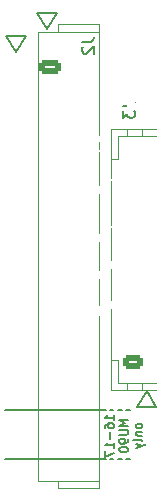
<source format=gbr>
%TF.GenerationSoftware,KiCad,Pcbnew,(6.0.1)*%
%TF.CreationDate,2022-07-27T18:49:27-07:00*%
%TF.ProjectId,mu100-dit-connector-board,6d753130-302d-4646-9974-2d636f6e6e65,rev?*%
%TF.SameCoordinates,PX4a615b8PY2b4db18*%
%TF.FileFunction,Legend,Bot*%
%TF.FilePolarity,Positive*%
%FSLAX46Y46*%
G04 Gerber Fmt 4.6, Leading zero omitted, Abs format (unit mm)*
G04 Created by KiCad (PCBNEW (6.0.1)) date 2022-07-27 18:49:27*
%MOMM*%
%LPD*%
G01*
G04 APERTURE LIST*
G04 Aperture macros list*
%AMRoundRect*
0 Rectangle with rounded corners*
0 $1 Rounding radius*
0 $2 $3 $4 $5 $6 $7 $8 $9 X,Y pos of 4 corners*
0 Add a 4 corners polygon primitive as box body*
4,1,4,$2,$3,$4,$5,$6,$7,$8,$9,$2,$3,0*
0 Add four circle primitives for the rounded corners*
1,1,$1+$1,$2,$3*
1,1,$1+$1,$4,$5*
1,1,$1+$1,$6,$7*
1,1,$1+$1,$8,$9*
0 Add four rect primitives between the rounded corners*
20,1,$1+$1,$2,$3,$4,$5,0*
20,1,$1+$1,$4,$5,$6,$7,0*
20,1,$1+$1,$6,$7,$8,$9,0*
20,1,$1+$1,$8,$9,$2,$3,0*%
G04 Aperture macros list end*
%ADD10C,0.150000*%
%ADD11C,0.120000*%
%ADD12R,1.350000X1.350000*%
%ADD13O,1.350000X1.350000*%
%ADD14RoundRect,0.250000X0.625000X-0.350000X0.625000X0.350000X-0.625000X0.350000X-0.625000X-0.350000X0*%
%ADD15O,1.750000X1.200000*%
%ADD16RoundRect,0.250000X-0.650000X0.350000X-0.650000X-0.350000X0.650000X-0.350000X0.650000X0.350000X0*%
%ADD17O,1.800000X1.200000*%
%ADD18C,0.800000*%
G04 APERTURE END LIST*
D10*
X79933400Y-46552000D02*
X79103400Y-46552000D01*
X79948400Y-47962000D02*
X80768400Y-46562000D01*
X80778400Y-46552000D02*
X79948400Y-46552000D01*
X88175400Y-82430800D02*
X87875400Y-82430800D01*
X87575400Y-78230800D02*
X78975400Y-78230800D01*
X90994400Y-78018800D02*
X91824400Y-78018800D01*
X90979400Y-76608800D02*
X90159400Y-78008800D01*
X88875400Y-82430800D02*
X88575400Y-82430800D01*
X89575400Y-82430800D02*
X89275400Y-82430800D01*
X82578400Y-46017000D02*
X83398400Y-44617000D01*
X83408400Y-44607000D02*
X82578400Y-44607000D01*
X79103400Y-46552000D02*
X79918400Y-47932000D01*
X90149400Y-78018800D02*
X90979400Y-78018800D01*
X87575400Y-82430800D02*
X78975400Y-82430800D01*
X82563400Y-44607000D02*
X81733400Y-44607000D01*
X81733400Y-44607000D02*
X82548400Y-45987000D01*
X88875400Y-78230800D02*
X88575400Y-78230800D01*
X91824400Y-78018800D02*
X91009400Y-76638800D01*
X89575400Y-78230800D02*
X89275400Y-78230800D01*
X88175400Y-78230800D02*
X87875400Y-78230800D01*
X88207185Y-79109371D02*
X88207185Y-78680800D01*
X88207185Y-78895085D02*
X87457185Y-78895085D01*
X87564328Y-78823657D01*
X87635757Y-78752228D01*
X87671471Y-78680800D01*
X87457185Y-79752228D02*
X87457185Y-79609371D01*
X87492900Y-79537942D01*
X87528614Y-79502228D01*
X87635757Y-79430800D01*
X87778614Y-79395085D01*
X88064328Y-79395085D01*
X88135757Y-79430800D01*
X88171471Y-79466514D01*
X88207185Y-79537942D01*
X88207185Y-79680800D01*
X88171471Y-79752228D01*
X88135757Y-79787942D01*
X88064328Y-79823657D01*
X87885757Y-79823657D01*
X87814328Y-79787942D01*
X87778614Y-79752228D01*
X87742900Y-79680800D01*
X87742900Y-79537942D01*
X87778614Y-79466514D01*
X87814328Y-79430800D01*
X87885757Y-79395085D01*
X87921471Y-80145085D02*
X87921471Y-80716514D01*
X88207185Y-81466514D02*
X88207185Y-81037942D01*
X88207185Y-81252228D02*
X87457185Y-81252228D01*
X87564328Y-81180800D01*
X87635757Y-81109371D01*
X87671471Y-81037942D01*
X87457185Y-81716514D02*
X87457185Y-82216514D01*
X88207185Y-81895085D01*
X89414685Y-79073657D02*
X88664685Y-79073657D01*
X89200400Y-79323657D01*
X88664685Y-79573657D01*
X89414685Y-79573657D01*
X88664685Y-79930800D02*
X89271828Y-79930800D01*
X89343257Y-79966514D01*
X89378971Y-80002228D01*
X89414685Y-80073657D01*
X89414685Y-80216514D01*
X89378971Y-80287942D01*
X89343257Y-80323657D01*
X89271828Y-80359371D01*
X88664685Y-80359371D01*
X89414685Y-80752228D02*
X89414685Y-80895085D01*
X89378971Y-80966514D01*
X89343257Y-81002228D01*
X89236114Y-81073657D01*
X89093257Y-81109371D01*
X88807542Y-81109371D01*
X88736114Y-81073657D01*
X88700400Y-81037942D01*
X88664685Y-80966514D01*
X88664685Y-80823657D01*
X88700400Y-80752228D01*
X88736114Y-80716514D01*
X88807542Y-80680800D01*
X88986114Y-80680800D01*
X89057542Y-80716514D01*
X89093257Y-80752228D01*
X89128971Y-80823657D01*
X89128971Y-80966514D01*
X89093257Y-81037942D01*
X89057542Y-81073657D01*
X88986114Y-81109371D01*
X88664685Y-81573657D02*
X88664685Y-81645085D01*
X88700400Y-81716514D01*
X88736114Y-81752228D01*
X88807542Y-81787942D01*
X88950400Y-81823657D01*
X89128971Y-81823657D01*
X89271828Y-81787942D01*
X89343257Y-81752228D01*
X89378971Y-81716514D01*
X89414685Y-81645085D01*
X89414685Y-81573657D01*
X89378971Y-81502228D01*
X89343257Y-81466514D01*
X89271828Y-81430800D01*
X89128971Y-81395085D01*
X88950400Y-81395085D01*
X88807542Y-81430800D01*
X88736114Y-81466514D01*
X88700400Y-81502228D01*
X88664685Y-81573657D01*
X90622185Y-79555800D02*
X90586471Y-79484371D01*
X90550757Y-79448657D01*
X90479328Y-79412942D01*
X90265042Y-79412942D01*
X90193614Y-79448657D01*
X90157900Y-79484371D01*
X90122185Y-79555800D01*
X90122185Y-79662942D01*
X90157900Y-79734371D01*
X90193614Y-79770085D01*
X90265042Y-79805800D01*
X90479328Y-79805800D01*
X90550757Y-79770085D01*
X90586471Y-79734371D01*
X90622185Y-79662942D01*
X90622185Y-79555800D01*
X90122185Y-80127228D02*
X90622185Y-80127228D01*
X90193614Y-80127228D02*
X90157900Y-80162942D01*
X90122185Y-80234371D01*
X90122185Y-80341514D01*
X90157900Y-80412942D01*
X90229328Y-80448657D01*
X90622185Y-80448657D01*
X90622185Y-80912942D02*
X90586471Y-80841514D01*
X90515042Y-80805800D01*
X89872185Y-80805800D01*
X90122185Y-81127228D02*
X90622185Y-81305800D01*
X90122185Y-81484371D02*
X90622185Y-81305800D01*
X90800757Y-81234371D01*
X90836471Y-81198657D01*
X90872185Y-81127228D01*
%TO.C,J3*%
X88980780Y-52540666D02*
X89695066Y-52540666D01*
X89837923Y-52493047D01*
X89933161Y-52397809D01*
X89980780Y-52254952D01*
X89980780Y-52159714D01*
X88980780Y-52921619D02*
X88980780Y-53540666D01*
X89361733Y-53207333D01*
X89361733Y-53350190D01*
X89409352Y-53445428D01*
X89456971Y-53493047D01*
X89552209Y-53540666D01*
X89790304Y-53540666D01*
X89885542Y-53493047D01*
X89933161Y-53445428D01*
X89980780Y-53350190D01*
X89980780Y-53064476D01*
X89933161Y-52969238D01*
X89885542Y-52921619D01*
%TO.C,J2*%
X85530780Y-47078666D02*
X86245066Y-47078666D01*
X86387923Y-47031047D01*
X86483161Y-46935809D01*
X86530780Y-46792952D01*
X86530780Y-46697714D01*
X85626019Y-47507238D02*
X85578400Y-47554857D01*
X85530780Y-47650095D01*
X85530780Y-47888190D01*
X85578400Y-47983428D01*
X85626019Y-48031047D01*
X85721257Y-48078666D01*
X85816495Y-48078666D01*
X85959352Y-48031047D01*
X86530780Y-47459619D01*
X86530780Y-48078666D01*
D11*
%TO.C,J3*%
X87988400Y-57032000D02*
X88598400Y-57032000D01*
X88598400Y-75982000D02*
X88598400Y-74032000D01*
X88598400Y-74032000D02*
X87988400Y-74032000D01*
X87988400Y-54472000D02*
X91798400Y-54462000D01*
X88598400Y-57032000D02*
X88598400Y-55082000D01*
X89298400Y-76592000D02*
X89298400Y-75982000D01*
X90598400Y-76592000D02*
X90598400Y-75982000D01*
X91798400Y-75982000D02*
X88598400Y-75982000D01*
X89298400Y-54472000D02*
X89298400Y-55082000D01*
X87988400Y-76592000D02*
X87988400Y-54472000D01*
X88598400Y-55082000D02*
X91798400Y-55082000D01*
X90598400Y-54472000D02*
X90598400Y-55082000D01*
X91798400Y-76592000D02*
X87988400Y-76592000D01*
%TO.C,J2*%
X83498400Y-84892000D02*
X83498400Y-84242000D01*
X86998400Y-84892000D02*
X86998400Y-84242000D01*
X86998400Y-45592000D02*
X83498400Y-45592000D01*
X86998400Y-84892000D02*
X83498400Y-84892000D01*
X86998400Y-46242000D02*
X86998400Y-45592000D01*
X83498400Y-45592000D02*
X83498400Y-46242000D01*
X86998400Y-46242000D02*
X81798400Y-46242000D01*
X81798400Y-46242000D02*
X81798400Y-84242000D01*
X81798400Y-84242000D02*
X86998400Y-84242000D01*
X86998400Y-84242000D02*
X86998400Y-46242000D01*
%TD*%
%LPC*%
D12*
%TO.C,J1*%
X79988400Y-49242000D03*
D13*
X79988400Y-51242000D03*
X79988400Y-53242000D03*
X79988400Y-55242000D03*
X79988400Y-57242000D03*
X79988400Y-59242000D03*
X79988400Y-61242000D03*
X79988400Y-63242000D03*
X79988400Y-65242000D03*
X79988400Y-67242000D03*
X79988400Y-69242000D03*
X79988400Y-71242000D03*
X79988400Y-73242000D03*
X79988400Y-75242000D03*
X79988400Y-77242000D03*
X79988400Y-79242000D03*
X79988400Y-81242000D03*
%TD*%
D14*
%TO.C,J3*%
X89798400Y-74232000D03*
D15*
X89798400Y-72232000D03*
X89798400Y-70232000D03*
X89798400Y-68232000D03*
X89798400Y-66232000D03*
X89798400Y-64232000D03*
X89798400Y-62232000D03*
X89798400Y-60232000D03*
X89798400Y-58232000D03*
X89798400Y-56232000D03*
%TD*%
D16*
%TO.C,J2*%
X82848400Y-49242000D03*
D17*
X82848400Y-51242000D03*
X82848400Y-53242000D03*
X82848400Y-55242000D03*
X82848400Y-57242000D03*
X82848400Y-59242000D03*
X82848400Y-61242000D03*
X82848400Y-63242000D03*
X82848400Y-65242000D03*
X82848400Y-67242000D03*
X82848400Y-69242000D03*
X82848400Y-71242000D03*
X82848400Y-73242000D03*
X82848400Y-75242000D03*
X82848400Y-77242000D03*
X82848400Y-79242000D03*
X82848400Y-81242000D03*
%TD*%
D18*
X91693400Y-53407000D03*
X85718400Y-57182000D03*
X87893400Y-69357000D03*
X86788400Y-59632000D03*
X89743400Y-52557000D03*
X86043400Y-67707000D03*
X87663400Y-58757000D03*
X87053400Y-69857000D03*
X86793400Y-63657000D03*
X84943400Y-55307000D03*
X86893400Y-66857000D03*
X86593400Y-56307000D03*
X84868400Y-58032000D03*
X85943400Y-64507000D03*
X86143400Y-55307000D03*
X87768400Y-65982000D03*
X87293400Y-55307000D03*
X86043400Y-70357000D03*
X87668400Y-62782000D03*
X85938400Y-60482000D03*
M02*

</source>
